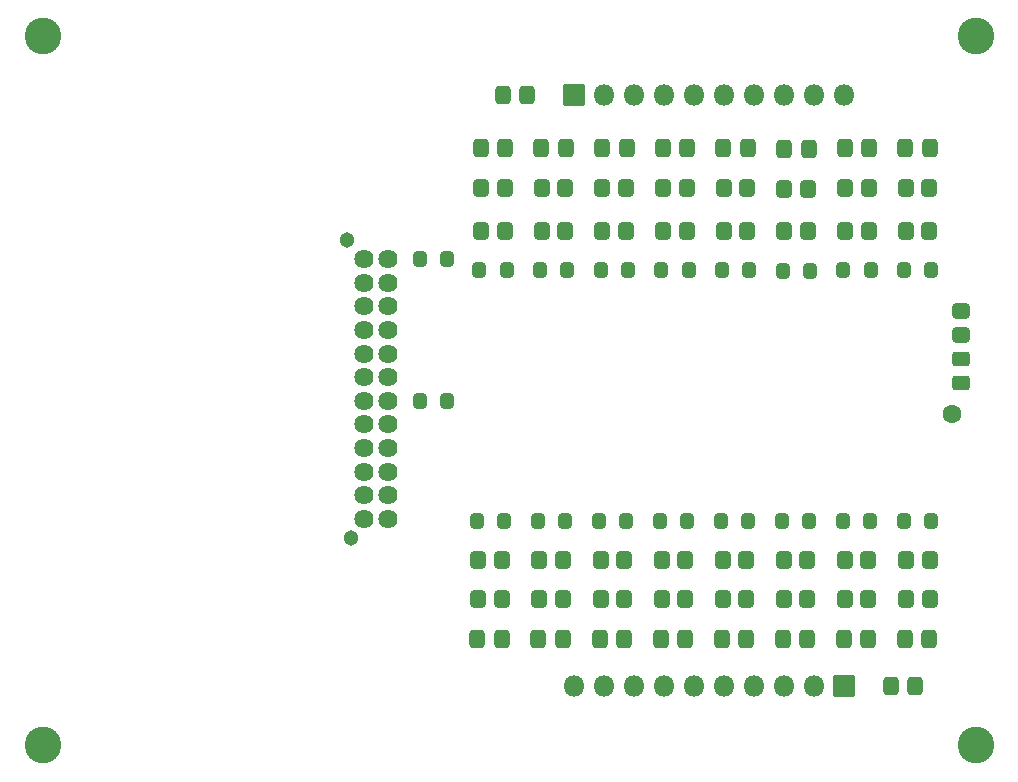
<source format=gts>
%TF.GenerationSoftware,KiCad,Pcbnew,(6.0.11)*%
%TF.CreationDate,2023-02-06T09:39:54-06:00*%
%TF.ProjectId,BPS-MinionShield,4250532d-4d69-46e6-996f-6e536869656c,rev?*%
%TF.SameCoordinates,Original*%
%TF.FileFunction,Soldermask,Top*%
%TF.FilePolarity,Negative*%
%FSLAX46Y46*%
G04 Gerber Fmt 4.6, Leading zero omitted, Abs format (unit mm)*
G04 Created by KiCad (PCBNEW (6.0.11)) date 2023-02-06 09:39:54*
%MOMM*%
%LPD*%
G01*
G04 APERTURE LIST*
G04 Aperture macros list*
%AMRoundRect*
0 Rectangle with rounded corners*
0 $1 Rounding radius*
0 $2 $3 $4 $5 $6 $7 $8 $9 X,Y pos of 4 corners*
0 Add a 4 corners polygon primitive as box body*
4,1,4,$2,$3,$4,$5,$6,$7,$8,$9,$2,$3,0*
0 Add four circle primitives for the rounded corners*
1,1,$1+$1,$2,$3*
1,1,$1+$1,$4,$5*
1,1,$1+$1,$6,$7*
1,1,$1+$1,$8,$9*
0 Add four rect primitives between the rounded corners*
20,1,$1+$1,$2,$3,$4,$5,0*
20,1,$1+$1,$4,$5,$6,$7,0*
20,1,$1+$1,$6,$7,$8,$9,0*
20,1,$1+$1,$8,$9,$2,$3,0*%
G04 Aperture macros list end*
%ADD10RoundRect,0.051000X0.850000X-0.850000X0.850000X0.850000X-0.850000X0.850000X-0.850000X-0.850000X0*%
%ADD11O,1.802000X1.802000*%
%ADD12C,3.102000*%
%ADD13RoundRect,0.051000X-0.850000X0.850000X-0.850000X-0.850000X0.850000X-0.850000X0.850000X0.850000X0*%
%ADD14RoundRect,0.301000X0.350000X0.450000X-0.350000X0.450000X-0.350000X-0.450000X0.350000X-0.450000X0*%
%ADD15RoundRect,0.301000X0.275000X0.350000X-0.275000X0.350000X-0.275000X-0.350000X0.275000X-0.350000X0*%
%ADD16RoundRect,0.301000X-0.350000X-0.450000X0.350000X-0.450000X0.350000X0.450000X-0.350000X0.450000X0*%
%ADD17RoundRect,0.301000X0.337500X0.475000X-0.337500X0.475000X-0.337500X-0.475000X0.337500X-0.475000X0*%
%ADD18RoundRect,0.301000X-0.450000X0.350000X-0.450000X-0.350000X0.450000X-0.350000X0.450000X0.350000X0*%
%ADD19RoundRect,0.301000X-0.337500X-0.475000X0.337500X-0.475000X0.337500X0.475000X-0.337500X0.475000X0*%
%ADD20C,1.602000*%
%ADD21RoundRect,0.301000X0.450000X-0.325000X0.450000X0.325000X-0.450000X0.325000X-0.450000X-0.325000X0*%
%ADD22C,1.302000*%
%ADD23C,1.626000*%
G04 APERTURE END LIST*
D10*
X148000000Y-78000000D03*
D11*
X150540000Y-78000000D03*
X153080000Y-78000000D03*
X155620000Y-78000000D03*
X158160000Y-78000000D03*
X160700000Y-78000000D03*
X163240000Y-78000000D03*
X165780000Y-78000000D03*
X168320000Y-78000000D03*
X170860000Y-78000000D03*
D12*
X182000000Y-133000000D03*
X103000000Y-133000000D03*
X103000000Y-73000000D03*
X182000000Y-73000000D03*
D13*
X170830000Y-128000000D03*
D11*
X168290000Y-128000000D03*
X165750000Y-128000000D03*
X163210000Y-128000000D03*
X160670000Y-128000000D03*
X158130000Y-128000000D03*
X155590000Y-128000000D03*
X153050000Y-128000000D03*
X150510000Y-128000000D03*
X147970000Y-128000000D03*
D14*
X141900000Y-117300000D03*
X139900000Y-117300000D03*
X147271430Y-89450000D03*
X145271430Y-89450000D03*
D15*
X137260000Y-91860000D03*
X134960000Y-91860000D03*
D14*
X162678572Y-89450000D03*
X160678572Y-89450000D03*
X157414284Y-117300000D03*
X155414284Y-117300000D03*
D15*
X162735712Y-114000000D03*
X160435712Y-114000000D03*
D16*
X150242856Y-120650000D03*
X152242856Y-120650000D03*
X176100000Y-120650000D03*
X178100000Y-120650000D03*
D14*
X167757140Y-117300000D03*
X165757140Y-117300000D03*
D15*
X178235716Y-92800000D03*
X175935716Y-92800000D03*
X147221428Y-114000000D03*
X144921428Y-114000000D03*
D14*
X178085716Y-89450000D03*
X176085716Y-89450000D03*
D17*
X178123216Y-82450000D03*
X176048216Y-82450000D03*
D16*
X145071428Y-120650000D03*
X147071428Y-120650000D03*
D17*
X167851786Y-82500000D03*
X165776786Y-82500000D03*
D15*
X152557144Y-92800000D03*
X150257144Y-92800000D03*
D17*
X157580358Y-82450000D03*
X155505358Y-82450000D03*
D14*
X162585712Y-117300000D03*
X160585712Y-117300000D03*
D16*
X139900000Y-120650000D03*
X141900000Y-120650000D03*
D18*
X180740000Y-96270000D03*
X180740000Y-98270000D03*
D17*
X157401784Y-124000000D03*
X155326784Y-124000000D03*
D15*
X178250000Y-114000000D03*
X175950000Y-114000000D03*
D17*
X142173216Y-82450000D03*
X140098216Y-82450000D03*
D14*
X172928568Y-117300000D03*
X170928568Y-117300000D03*
D15*
X173078568Y-114000000D03*
X170778568Y-114000000D03*
X173100000Y-92800000D03*
X170800000Y-92800000D03*
D16*
X170950000Y-85850000D03*
X172950000Y-85850000D03*
X170928568Y-120650000D03*
X172928568Y-120650000D03*
D17*
X172987500Y-82450000D03*
X170912500Y-82450000D03*
D14*
X152242856Y-117300000D03*
X150242856Y-117300000D03*
D17*
X152230356Y-124000000D03*
X150155356Y-124000000D03*
D15*
X167907140Y-114000000D03*
X165607140Y-114000000D03*
D17*
X144037500Y-78000000D03*
X141962500Y-78000000D03*
X172916068Y-124000000D03*
X170841068Y-124000000D03*
X147308930Y-82450000D03*
X145233930Y-82450000D03*
D16*
X140135716Y-85850000D03*
X142135716Y-85850000D03*
D17*
X162716072Y-82450000D03*
X160641072Y-82450000D03*
D14*
X178100000Y-117300000D03*
X176100000Y-117300000D03*
D15*
X137250000Y-103860000D03*
X134950000Y-103860000D03*
D17*
X141887500Y-124000000D03*
X139812500Y-124000000D03*
D15*
X142285716Y-92800000D03*
X139985716Y-92800000D03*
D16*
X150407144Y-85850000D03*
X152407144Y-85850000D03*
D14*
X142135716Y-89450000D03*
X140135716Y-89450000D03*
D16*
X155414284Y-120650000D03*
X157414284Y-120650000D03*
D15*
X162828572Y-92800000D03*
X160528572Y-92800000D03*
D16*
X145271430Y-85850000D03*
X147271430Y-85850000D03*
D14*
X152407144Y-89450000D03*
X150407144Y-89450000D03*
D15*
X147421430Y-92800000D03*
X145121430Y-92800000D03*
D14*
X147071428Y-117300000D03*
X145071428Y-117300000D03*
D16*
X155542858Y-85850000D03*
X157542858Y-85850000D03*
X165757140Y-120650000D03*
X167757140Y-120650000D03*
X160678572Y-85850000D03*
X162678572Y-85850000D03*
D15*
X167964286Y-92850000D03*
X165664286Y-92850000D03*
D17*
X147058928Y-124000000D03*
X144983928Y-124000000D03*
D19*
X174792500Y-128000000D03*
X176867500Y-128000000D03*
D16*
X165814286Y-85900000D03*
X167814286Y-85900000D03*
D15*
X157564284Y-114000000D03*
X155264284Y-114000000D03*
D14*
X167814286Y-89500000D03*
X165814286Y-89500000D03*
D17*
X167744640Y-124000000D03*
X165669640Y-124000000D03*
D20*
X180000000Y-105000000D03*
D21*
X180740000Y-102345000D03*
X180740000Y-100295000D03*
D17*
X178087500Y-124000000D03*
X176012500Y-124000000D03*
D15*
X157692858Y-92800000D03*
X155392858Y-92800000D03*
D16*
X160585712Y-120650000D03*
X162585712Y-120650000D03*
D14*
X157542858Y-89450000D03*
X155542858Y-89450000D03*
D15*
X142050000Y-114000000D03*
X139750000Y-114000000D03*
D17*
X152444644Y-82450000D03*
X150369644Y-82450000D03*
D16*
X176085716Y-85850000D03*
X178085716Y-85850000D03*
D14*
X172950000Y-89450000D03*
X170950000Y-89450000D03*
D17*
X162573212Y-124000000D03*
X160498212Y-124000000D03*
D22*
X128810000Y-90250000D03*
X129110000Y-115450000D03*
D23*
X132210000Y-91850000D03*
X130210000Y-91850000D03*
X132210000Y-93850000D03*
X130210000Y-93850000D03*
X132210000Y-95850000D03*
X130210000Y-95850000D03*
X132210000Y-97850000D03*
X130210000Y-97850000D03*
X132210000Y-99850000D03*
X130210000Y-99850000D03*
X132210000Y-101850000D03*
X130210000Y-101850000D03*
X132210000Y-103850000D03*
X130210000Y-103850000D03*
X132210000Y-105850000D03*
X130210000Y-105850000D03*
X132210000Y-107850000D03*
X130210000Y-107850000D03*
X132210000Y-109850000D03*
X130210000Y-109850000D03*
X132210000Y-111850000D03*
X130210000Y-111850000D03*
X132210000Y-113850000D03*
X130210000Y-113850000D03*
D15*
X152392856Y-114000000D03*
X150092856Y-114000000D03*
M02*

</source>
